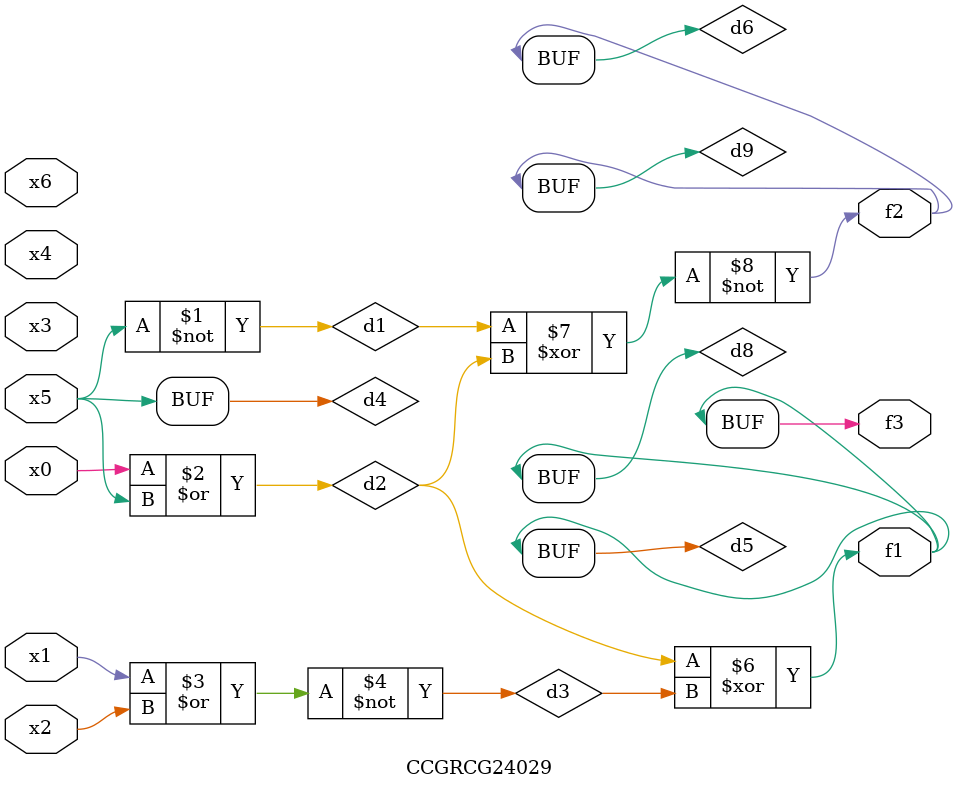
<source format=v>
module CCGRCG24029(
	input x0, x1, x2, x3, x4, x5, x6,
	output f1, f2, f3
);

	wire d1, d2, d3, d4, d5, d6, d7, d8, d9;

	nand (d1, x5);
	or (d2, x0, x5);
	nor (d3, x1, x2);
	xnor (d4, d1);
	xor (d5, d2, d3);
	xnor (d6, d1, d2);
	not (d7, x4);
	buf (d8, d5);
	xor (d9, d6);
	assign f1 = d8;
	assign f2 = d9;
	assign f3 = d8;
endmodule

</source>
